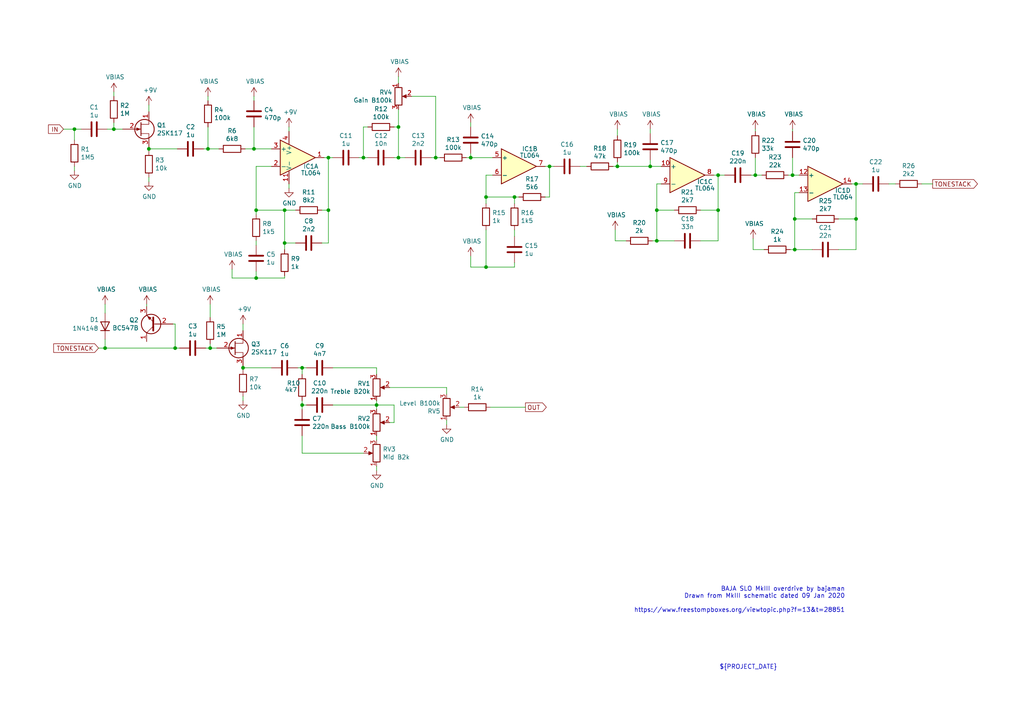
<source format=kicad_sch>
(kicad_sch (version 20200512) (host eeschema "(5.99.0-1697-g0658d297e)")
  (page 1 1)
  (paper "A4")
  (lib_symbols
    (symbol "Amplifier_Operational:TL064" (pin_names (offset 0.127))
      (property "Reference" "U" (at 0 5.08 0))
      (property "Value" "TL064" (at 0 -5.08 0))
      (symbol "TL064_1_1"
        (polyline (pts (xy -5.08 5.08) (xy 5.08 0) (xy -5.08 -5.08) (xy -5.08 5.08)) (stroke (width 0.254)) (fill (type background)))
        (pin output line (at 7.62 0 180) (length 2.54) (name "~") (number "1"))
        (pin input line (at -7.62 -2.54 0) (length 2.54) (name "-") (number "2"))
        (pin input line (at -7.62 2.54 0) (length 2.54) (name "+") (number "3"))
      )
      (symbol "TL064_2_1"
        (polyline (pts (xy -5.08 5.08) (xy 5.08 0) (xy -5.08 -5.08) (xy -5.08 5.08)) (stroke (width 0.254)) (fill (type background)))
        (pin input line (at -7.62 2.54 0) (length 2.54) (name "+") (number "5"))
        (pin input line (at -7.62 -2.54 0) (length 2.54) (name "-") (number "6"))
        (pin output line (at 7.62 0 180) (length 2.54) (name "~") (number "7"))
      )
      (symbol "TL064_3_1"
        (polyline (pts (xy -5.08 5.08) (xy 5.08 0) (xy -5.08 -5.08) (xy -5.08 5.08)) (stroke (width 0.254)) (fill (type background)))
        (pin input line (at -7.62 2.54 0) (length 2.54) (name "+") (number "10"))
        (pin output line (at 7.62 0 180) (length 2.54) (name "~") (number "8"))
        (pin input line (at -7.62 -2.54 0) (length 2.54) (name "-") (number "9"))
      )
      (symbol "TL064_4_1"
        (polyline (pts (xy -5.08 5.08) (xy 5.08 0) (xy -5.08 -5.08) (xy -5.08 5.08)) (stroke (width 0.254)) (fill (type background)))
        (pin input line (at -7.62 2.54 0) (length 2.54) (name "+") (number "12"))
        (pin input line (at -7.62 -2.54 0) (length 2.54) (name "-") (number "13"))
        (pin output line (at 7.62 0 180) (length 2.54) (name "~") (number "14"))
      )
      (symbol "TL064_5_1"
        (pin power_in line (at -2.54 -7.62 90) (length 3.81) (name "V-") (number "11"))
        (pin power_in line (at -2.54 7.62 270) (length 3.81) (name "V+") (number "4"))
      )
    )
    (symbol "Device:C" (pin_numbers hide) (pin_names (offset 0.254))
      (property "Reference" "C" (at 0.635 2.54 0))
      (property "Value" "C" (at 0.635 -2.54 0))
      (symbol "C_0_1"
        (polyline (pts (xy -2.032 -0.762) (xy 2.032 -0.762)) (stroke (width 0.508)))
        (polyline (pts (xy -2.032 0.762) (xy 2.032 0.762)) (stroke (width 0.508)))
      )
      (symbol "C_1_1"
        (pin passive line (at 0 3.81 270) (length 2.794) (name "~") (number "1"))
        (pin passive line (at 0 -3.81 90) (length 2.794) (name "~") (number "2"))
      )
    )
    (symbol "Device:D" (pin_numbers hide) (pin_names hide)
      (property "Reference" "D" (at 0 2.54 0))
      (property "Value" "D" (at 0 -2.54 0))
      (symbol "D_0_1"
        (polyline (pts (xy -1.27 1.27) (xy -1.27 -1.27)) (stroke (width 0.254)))
        (polyline (pts (xy 1.27 0) (xy -1.27 0)))
        (polyline (pts (xy 1.27 1.27) (xy 1.27 -1.27) (xy -1.27 0) (xy 1.27 1.27)) (stroke (width 0.254)))
      )
      (symbol "D_1_1"
        (pin passive line (at -3.81 0 0) (length 2.54) (name "K") (number "1"))
        (pin passive line (at 3.81 0 180) (length 2.54) (name "A") (number "2"))
      )
    )
    (symbol "Device:Q_NJFET_DGS" (pin_names (offset 0) hide)
      (property "Reference" "Q" (at 5.08 1.27 0))
      (property "Value" "Q_NJFET_DGS" (at 5.08 -1.27 0))
      (symbol "Q_NJFET_DGS_0_1"
        (circle (center 1.27 0) (radius 2.8194) (stroke (width 0.254)))
        (polyline (pts (xy 0.254 1.905) (xy 0.254 -1.905) (xy 0.254 -1.905)) (stroke (width 0.254)))
        (polyline (pts (xy 2.54 -2.54) (xy 2.54 -1.27) (xy 0.254 -1.27)))
        (polyline (pts (xy 2.54 2.54) (xy 2.54 1.397) (xy 0.254 1.397)))
        (polyline (pts (xy 0 0) (xy -1.016 0.381) (xy -1.016 -0.381) (xy 0 0)) (fill (type outline)))
      )
      (symbol "Q_NJFET_DGS_1_1"
        (pin passive line (at 2.54 5.08 270) (length 2.54) (name "D") (number "1"))
        (pin input line (at -5.08 0 0) (length 5.334) (name "G") (number "2"))
        (pin passive line (at 2.54 -5.08 90) (length 2.54) (name "S") (number "3"))
      )
    )
    (symbol "Device:R" (pin_numbers hide) (pin_names (offset 0))
      (property "Reference" "R" (at 2.032 0 90))
      (property "Value" "R" (at 0 0 90))
      (symbol "R_0_1"
        (rectangle (start -1.016 -2.54) (end 1.016 2.54) (stroke (width 0.254)))
      )
      (symbol "R_1_1"
        (pin passive line (at 0 3.81 270) (length 1.27) (name "~") (number "1"))
        (pin passive line (at 0 -3.81 90) (length 1.27) (name "~") (number "2"))
      )
    )
    (symbol "Device:R_1" (pin_numbers hide) (pin_names (offset 0))
      (property "Reference" "R" (at 2.032 0 90))
      (property "Value" "R" (at 0 0 90))
      (symbol "R_1_0_1"
        (rectangle (start -1.016 -2.54) (end 1.016 2.54) (stroke (width 0.254)))
      )
      (symbol "R_1_1_1"
        (pin passive line (at 0 3.81 270) (length 1.27) (name "~") (number "1"))
        (pin passive line (at 0 -3.81 90) (length 1.27) (name "~") (number "2"))
      )
    )
    (symbol "Device:R_POT" (pin_names hide)
      (property "Reference" "RV" (at -4.445 0 90))
      (property "Value" "R_POT" (at -2.54 0 90))
      (symbol "R_POT_0_1"
        (rectangle (start 1.016 2.54) (end -1.016 -2.54) (stroke (width 0.254)))
        (polyline (pts (xy 2.54 0) (xy 1.524 0)))
        (polyline (pts (xy 1.143 0) (xy 2.286 0.508) (xy 2.286 -0.508) (xy 1.143 0)) (fill (type outline)))
      )
      (symbol "R_POT_1_1"
        (pin passive line (at 0 3.81 270) (length 1.27) (name "1") (number "1"))
        (pin passive line (at 3.81 0 180) (length 1.27) (name "2") (number "2"))
        (pin passive line (at 0 -3.81 90) (length 1.27) (name "3") (number "3"))
      )
    )
    (symbol "Device:R_POT_1" (pin_names hide)
      (property "Reference" "RV" (at -4.445 0 90))
      (property "Value" "R_POT" (at -2.54 0 90))
      (symbol "R_POT_1_0_1"
        (rectangle (start 1.016 2.54) (end -1.016 -2.54) (stroke (width 0.254)))
        (polyline (pts (xy 2.54 0) (xy 1.524 0)))
        (polyline (pts (xy 1.143 0) (xy 2.286 0.508) (xy 2.286 -0.508) (xy 1.143 0)) (fill (type outline)))
      )
      (symbol "R_POT_1_1_1"
        (pin passive line (at 0 3.81 270) (length 1.27) (name "1") (number "1"))
        (pin passive line (at 3.81 0 180) (length 1.27) (name "2") (number "2"))
        (pin passive line (at 0 -3.81 90) (length 1.27) (name "3") (number "3"))
      )
    )
    (symbol "Device:R_POT_2" (pin_names hide)
      (property "Reference" "RV" (at -4.445 0 90))
      (property "Value" "R_POT" (at -2.54 0 90))
      (symbol "R_POT_2_0_1"
        (rectangle (start 1.016 2.54) (end -1.016 -2.54) (stroke (width 0.254)))
        (polyline (pts (xy 2.54 0) (xy 1.524 0)))
        (polyline (pts (xy 1.143 0) (xy 2.286 0.508) (xy 2.286 -0.508) (xy 1.143 0)) (fill (type outline)))
      )
      (symbol "R_POT_2_1_1"
        (pin passive line (at 0 3.81 270) (length 1.27) (name "1") (number "1"))
        (pin passive line (at 3.81 0 180) (length 1.27) (name "2") (number "2"))
        (pin passive line (at 0 -3.81 90) (length 1.27) (name "3") (number "3"))
      )
    )
    (symbol "Device:R_POT_3" (pin_names hide)
      (property "Reference" "RV" (at -4.445 0 90))
      (property "Value" "R_POT" (at -2.54 0 90))
      (symbol "R_POT_3_0_1"
        (rectangle (start 1.016 2.54) (end -1.016 -2.54) (stroke (width 0.254)))
        (polyline (pts (xy 2.54 0) (xy 1.524 0)))
        (polyline (pts (xy 1.143 0) (xy 2.286 0.508) (xy 2.286 -0.508) (xy 1.143 0)) (fill (type outline)))
      )
      (symbol "R_POT_3_1_1"
        (pin passive line (at 0 3.81 270) (length 1.27) (name "1") (number "1"))
        (pin passive line (at 3.81 0 180) (length 1.27) (name "2") (number "2"))
        (pin passive line (at 0 -3.81 90) (length 1.27) (name "3") (number "3"))
      )
    )
    (symbol "Transistor_BJT:BC547" (pin_names (offset 0) hide)
      (property "Reference" "Q" (at 5.08 1.905 0))
      (property "Value" "BC547" (at 5.08 0 0))
      (symbol "BC547_0_1"
        (circle (center 1.27 0) (radius 2.8194) (stroke (width 0.254)))
        (polyline (pts (xy 0 0) (xy 0.635 0)))
        (polyline (pts (xy 0.635 0.635) (xy 2.54 2.54)))
        (polyline (pts (xy 0.635 -0.635) (xy 2.54 -2.54) (xy 2.54 -2.54)))
        (polyline (pts (xy 0.635 1.905) (xy 0.635 -1.905) (xy 0.635 -1.905)) (stroke (width 0.508)))
        (polyline (pts (xy 1.27 -1.778) (xy 1.778 -1.27) (xy 2.286 -2.286) (xy 1.27 -1.778) (xy 1.27 -1.778)) (fill (type outline)))
      )
      (symbol "BC547_1_1"
        (pin passive line (at 2.54 5.08 270) (length 2.54) (name "C") (number "1"))
        (pin input line (at -5.08 0 0) (length 5.08) (name "B") (number "2"))
        (pin passive line (at 2.54 -5.08 90) (length 2.54) (name "E") (number "3"))
      )
    )
    (symbol "power:+9V" (power) (pin_names (offset 0))
      (property "Value" "+9V" (at 0 3.556 0))
      (symbol "+9V_0_1"
        (polyline (pts (xy -0.762 1.27) (xy 0 2.54)))
        (polyline (pts (xy 0 0) (xy 0 2.54)))
        (polyline (pts (xy 0 2.54) (xy 0.762 1.27)))
      )
      (symbol "+9V_1_1"
        (pin power_in line (at 0 0 90) (length 0) (name "+9V") (number "1") hide)
      )
    )
    (symbol "power:GND" (power) (pin_names (offset 0))
      (property "Value" "GND" (at 0 -3.81 0))
      (symbol "GND_0_1"
        (polyline (pts (xy 0 0) (xy 0 -1.27) (xy 1.27 -1.27) (xy 0 -2.54) (xy -1.27 -1.27) (xy 0 -1.27)))
      )
      (symbol "GND_1_1"
        (pin power_in line (at 0 0 270) (length 0) (name "GND") (number "1") hide)
      )
    )
    (symbol "rockola_kicad_symbols:Vbias" (power) (pin_names (offset 0))
      (property "Value" "Vbias" (at 0 3.81 0))
      (symbol "Vbias_0_1"
        (polyline (pts (xy -0.762 1.27) (xy 0 2.54)))
        (polyline (pts (xy 0 0) (xy 0 2.54)))
        (polyline (pts (xy 0 2.54) (xy 0.762 1.27)))
      )
      (symbol "Vbias_1_1"
        (pin power_in line (at 0 0 90) (length 0) (name "VBIAS") (number "1") hide)
      )
    )
  )
  (junction (at 21.59 37.465))
  (junction (at 30.48 100.965))
  (junction (at 33.02 37.465))
  (junction (at 43.18 43.18))
  (junction (at 50.8 100.965))
  (junction (at 60.325 43.18))
  (junction (at 60.96 100.965))
  (junction (at 70.485 106.68))
  (junction (at 73.66 43.18))
  (junction (at 74.295 60.96))
  (junction (at 74.295 80.645))
  (junction (at 82.55 60.96))
  (junction (at 82.55 70.485))
  (junction (at 87.63 106.68))
  (junction (at 87.63 117.475))
  (junction (at 95.25 45.72))
  (junction (at 95.25 60.96))
  (junction (at 105.41 45.72))
  (junction (at 109.22 117.475))
  (junction (at 115.57 36.83))
  (junction (at 115.57 45.72))
  (junction (at 126.365 45.72))
  (junction (at 136.525 45.72))
  (junction (at 140.97 57.15))
  (junction (at 140.97 77.47))
  (junction (at 149.225 57.15))
  (junction (at 159.385 48.26))
  (junction (at 179.07 48.26))
  (junction (at 188.595 48.26))
  (junction (at 190.5 60.96))
  (junction (at 190.5 69.85))
  (junction (at 208.28 50.8))
  (junction (at 208.28 60.96))
  (junction (at 219.075 50.8))
  (junction (at 229.87 50.8))
  (junction (at 230.505 63.5))
  (junction (at 230.505 72.39))
  (junction (at 248.285 53.34))
  (junction (at 248.285 63.5))
  (wire (pts (xy 21.59 37.465) (xy 18.415 37.465)))
  (wire (pts (xy 21.59 37.465) (xy 23.495 37.465)))
  (wire (pts (xy 21.59 40.64) (xy 21.59 37.465)))
  (wire (pts (xy 21.59 48.26) (xy 21.59 49.53)))
  (wire (pts (xy 30.48 88.265) (xy 30.48 90.805)))
  (wire (pts (xy 30.48 98.425) (xy 30.48 100.965)))
  (wire (pts (xy 30.48 100.965) (xy 28.575 100.965)))
  (wire (pts (xy 30.48 100.965) (xy 50.8 100.965)))
  (wire (pts (xy 33.02 26.67) (xy 33.02 27.94)))
  (wire (pts (xy 33.02 35.56) (xy 33.02 37.465)))
  (wire (pts (xy 33.02 37.465) (xy 31.115 37.465)))
  (wire (pts (xy 33.02 37.465) (xy 35.56 37.465)))
  (wire (pts (xy 42.545 88.265) (xy 42.545 88.9)))
  (wire (pts (xy 43.18 30.48) (xy 43.18 32.385)))
  (wire (pts (xy 43.18 42.545) (xy 43.18 43.18)))
  (wire (pts (xy 43.18 43.18) (xy 43.18 43.815)))
  (wire (pts (xy 43.18 43.18) (xy 51.435 43.18)))
  (wire (pts (xy 43.18 51.435) (xy 43.18 52.705)))
  (wire (pts (xy 50.165 93.98) (xy 50.8 93.98)))
  (wire (pts (xy 50.8 93.98) (xy 50.8 100.965)))
  (wire (pts (xy 50.8 100.965) (xy 52.07 100.965)))
  (wire (pts (xy 60.325 27.94) (xy 60.325 29.21)))
  (wire (pts (xy 60.325 36.83) (xy 60.325 43.18)))
  (wire (pts (xy 60.325 43.18) (xy 59.055 43.18)))
  (wire (pts (xy 60.325 43.18) (xy 63.5 43.18)))
  (wire (pts (xy 60.96 88.265) (xy 60.96 92.075)))
  (wire (pts (xy 60.96 99.695) (xy 60.96 100.965)))
  (wire (pts (xy 60.96 100.965) (xy 59.69 100.965)))
  (wire (pts (xy 60.96 100.965) (xy 62.865 100.965)))
  (wire (pts (xy 67.31 78.105) (xy 67.31 80.645)))
  (wire (pts (xy 67.31 80.645) (xy 74.295 80.645)))
  (wire (pts (xy 70.485 93.98) (xy 70.485 95.885)))
  (wire (pts (xy 70.485 106.045) (xy 70.485 106.68)))
  (wire (pts (xy 70.485 106.68) (xy 70.485 107.315)))
  (wire (pts (xy 70.485 106.68) (xy 78.74 106.68)))
  (wire (pts (xy 70.485 114.935) (xy 70.485 116.205)))
  (wire (pts (xy 73.66 27.94) (xy 73.66 29.21)))
  (wire (pts (xy 73.66 36.83) (xy 73.66 43.18)))
  (wire (pts (xy 73.66 43.18) (xy 71.12 43.18)))
  (wire (pts (xy 73.66 43.18) (xy 78.74 43.18)))
  (wire (pts (xy 74.295 48.26) (xy 78.74 48.26)))
  (wire (pts (xy 74.295 60.96) (xy 74.295 48.26)))
  (wire (pts (xy 74.295 60.96) (xy 74.295 62.23)))
  (wire (pts (xy 74.295 69.85) (xy 74.295 71.12)))
  (wire (pts (xy 74.295 80.645) (xy 74.295 78.74)))
  (wire (pts (xy 82.55 60.96) (xy 74.295 60.96)))
  (wire (pts (xy 82.55 70.485) (xy 82.55 60.96)))
  (wire (pts (xy 82.55 70.485) (xy 82.55 72.39)))
  (wire (pts (xy 82.55 80.01) (xy 82.55 80.645)))
  (wire (pts (xy 82.55 80.645) (xy 74.295 80.645)))
  (wire (pts (xy 83.82 36.83) (xy 83.82 38.1)))
  (wire (pts (xy 83.82 53.34) (xy 83.82 54.61)))
  (wire (pts (xy 85.725 60.96) (xy 82.55 60.96)))
  (wire (pts (xy 85.725 70.485) (xy 82.55 70.485)))
  (wire (pts (xy 86.36 106.68) (xy 87.63 106.68)))
  (wire (pts (xy 87.63 106.68) (xy 87.63 108.585)))
  (wire (pts (xy 87.63 106.68) (xy 88.9 106.68)))
  (wire (pts (xy 87.63 117.475) (xy 87.63 116.205)))
  (wire (pts (xy 87.63 117.475) (xy 87.63 118.745)))
  (wire (pts (xy 87.63 131.445) (xy 87.63 126.365)))
  (wire (pts (xy 88.9 117.475) (xy 87.63 117.475)))
  (wire (pts (xy 93.345 60.96) (xy 95.25 60.96)))
  (wire (pts (xy 93.345 70.485) (xy 95.25 70.485)))
  (wire (pts (xy 95.25 45.72) (xy 93.98 45.72)))
  (wire (pts (xy 95.25 45.72) (xy 96.52 45.72)))
  (wire (pts (xy 95.25 60.96) (xy 95.25 45.72)))
  (wire (pts (xy 95.25 70.485) (xy 95.25 60.96)))
  (wire (pts (xy 104.14 45.72) (xy 105.41 45.72)))
  (wire (pts (xy 105.41 36.83) (xy 105.41 45.72)))
  (wire (pts (xy 105.41 45.72) (xy 106.68 45.72)))
  (wire (pts (xy 105.41 131.445) (xy 87.63 131.445)))
  (wire (pts (xy 106.68 36.83) (xy 105.41 36.83)))
  (wire (pts (xy 109.22 106.68) (xy 96.52 106.68)))
  (wire (pts (xy 109.22 108.585) (xy 109.22 106.68)))
  (wire (pts (xy 109.22 116.205) (xy 109.22 117.475)))
  (wire (pts (xy 109.22 117.475) (xy 96.52 117.475)))
  (wire (pts (xy 109.22 117.475) (xy 109.22 118.745)))
  (wire (pts (xy 109.22 126.365) (xy 109.22 127.635)))
  (wire (pts (xy 109.22 135.255) (xy 109.22 136.525)))
  (wire (pts (xy 113.03 122.555) (xy 114.3 122.555)))
  (wire (pts (xy 114.3 36.83) (xy 115.57 36.83)))
  (wire (pts (xy 114.3 117.475) (xy 109.22 117.475)))
  (wire (pts (xy 114.3 122.555) (xy 114.3 117.475)))
  (wire (pts (xy 115.57 22.225) (xy 115.57 24.13)))
  (wire (pts (xy 115.57 31.75) (xy 115.57 36.83)))
  (wire (pts (xy 115.57 36.83) (xy 115.57 45.72)))
  (wire (pts (xy 115.57 45.72) (xy 114.3 45.72)))
  (wire (pts (xy 115.57 45.72) (xy 117.475 45.72)))
  (wire (pts (xy 125.095 45.72) (xy 126.365 45.72)))
  (wire (pts (xy 126.365 27.94) (xy 119.38 27.94)))
  (wire (pts (xy 126.365 45.72) (xy 126.365 27.94)))
  (wire (pts (xy 126.365 45.72) (xy 127.635 45.72)))
  (wire (pts (xy 129.54 112.395) (xy 113.03 112.395)))
  (wire (pts (xy 129.54 114.3) (xy 129.54 112.395)))
  (wire (pts (xy 129.54 121.92) (xy 129.54 123.19)))
  (wire (pts (xy 133.35 118.11) (xy 134.62 118.11)))
  (wire (pts (xy 136.525 35.56) (xy 136.525 36.83)))
  (wire (pts (xy 136.525 44.45) (xy 136.525 45.72)))
  (wire (pts (xy 136.525 45.72) (xy 135.255 45.72)))
  (wire (pts (xy 136.525 45.72) (xy 142.875 45.72)))
  (wire (pts (xy 136.525 74.295) (xy 136.525 77.47)))
  (wire (pts (xy 136.525 77.47) (xy 140.97 77.47)))
  (wire (pts (xy 140.97 50.8) (xy 142.875 50.8)))
  (wire (pts (xy 140.97 57.15) (xy 140.97 50.8)))
  (wire (pts (xy 140.97 57.15) (xy 140.97 59.055)))
  (wire (pts (xy 140.97 77.47) (xy 140.97 66.675)))
  (wire (pts (xy 142.24 118.11) (xy 152.4 118.11)))
  (wire (pts (xy 149.225 57.15) (xy 140.97 57.15)))
  (wire (pts (xy 149.225 57.15) (xy 149.225 59.055)))
  (wire (pts (xy 149.225 66.675) (xy 149.225 68.58)))
  (wire (pts (xy 149.225 76.2) (xy 149.225 77.47)))
  (wire (pts (xy 149.225 77.47) (xy 140.97 77.47)))
  (wire (pts (xy 150.495 57.15) (xy 149.225 57.15)))
  (wire (pts (xy 158.115 57.15) (xy 159.385 57.15)))
  (wire (pts (xy 159.385 48.26) (xy 158.115 48.26)))
  (wire (pts (xy 159.385 48.26) (xy 160.655 48.26)))
  (wire (pts (xy 159.385 57.15) (xy 159.385 48.26)))
  (wire (pts (xy 168.275 48.26) (xy 170.18 48.26)))
  (wire (pts (xy 177.8 48.26) (xy 179.07 48.26)))
  (wire (pts (xy 178.435 66.675) (xy 178.435 69.85)))
  (wire (pts (xy 178.435 69.85) (xy 181.61 69.85)))
  (wire (pts (xy 179.07 37.465) (xy 179.07 39.37)))
  (wire (pts (xy 179.07 48.26) (xy 179.07 46.99)))
  (wire (pts (xy 188.595 37.465) (xy 188.595 38.735)))
  (wire (pts (xy 188.595 46.355) (xy 188.595 48.26)))
  (wire (pts (xy 188.595 48.26) (xy 179.07 48.26)))
  (wire (pts (xy 188.595 48.26) (xy 191.77 48.26)))
  (wire (pts (xy 189.23 69.85) (xy 190.5 69.85)))
  (wire (pts (xy 190.5 53.34) (xy 191.77 53.34)))
  (wire (pts (xy 190.5 60.96) (xy 190.5 53.34)))
  (wire (pts (xy 190.5 69.85) (xy 190.5 60.96)))
  (wire (pts (xy 195.58 60.96) (xy 190.5 60.96)))
  (wire (pts (xy 195.58 69.85) (xy 190.5 69.85)))
  (wire (pts (xy 203.2 60.96) (xy 208.28 60.96)))
  (wire (pts (xy 203.2 69.85) (xy 208.28 69.85)))
  (wire (pts (xy 208.28 50.8) (xy 207.01 50.8)))
  (wire (pts (xy 208.28 50.8) (xy 210.185 50.8)))
  (wire (pts (xy 208.28 60.96) (xy 208.28 50.8)))
  (wire (pts (xy 208.28 69.85) (xy 208.28 60.96)))
  (wire (pts (xy 217.805 50.8) (xy 219.075 50.8)))
  (wire (pts (xy 218.44 69.215) (xy 218.44 72.39)))
  (wire (pts (xy 218.44 72.39) (xy 221.615 72.39)))
  (wire (pts (xy 219.075 37.465) (xy 219.075 38.1)))
  (wire (pts (xy 219.075 50.8) (xy 219.075 45.72)))
  (wire (pts (xy 219.075 50.8) (xy 220.98 50.8)))
  (wire (pts (xy 229.235 72.39) (xy 230.505 72.39)))
  (wire (pts (xy 229.87 37.465) (xy 229.87 38.1)))
  (wire (pts (xy 229.87 45.72) (xy 229.87 50.8)))
  (wire (pts (xy 229.87 50.8) (xy 228.6 50.8)))
  (wire (pts (xy 229.87 50.8) (xy 231.775 50.8)))
  (wire (pts (xy 230.505 55.88) (xy 231.775 55.88)))
  (wire (pts (xy 230.505 63.5) (xy 230.505 55.88)))
  (wire (pts (xy 230.505 63.5) (xy 230.505 72.39)))
  (wire (pts (xy 235.585 63.5) (xy 230.505 63.5)))
  (wire (pts (xy 235.585 72.39) (xy 230.505 72.39)))
  (wire (pts (xy 243.205 63.5) (xy 248.285 63.5)))
  (wire (pts (xy 243.205 72.39) (xy 248.285 72.39)))
  (wire (pts (xy 247.015 53.34) (xy 248.285 53.34)))
  (wire (pts (xy 248.285 53.34) (xy 250.19 53.34)))
  (wire (pts (xy 248.285 63.5) (xy 248.285 53.34)))
  (wire (pts (xy 248.285 72.39) (xy 248.285 63.5)))
  (wire (pts (xy 257.81 53.34) (xy 259.715 53.34)))
  (wire (pts (xy 267.335 53.34) (xy 270.51 53.34)))
  (text "${PROJECT_DATE}" (at 225.425 194.31 180) (effects (font (size 1.27 1.27)) (justify right bottom)))
  (text "${TITLE}" (at 233.045 191.77 180) (effects (font (size 2 2)) (justify right bottom)))
  (text "BAJA SLO MkIII overdrive by bajaman\nDrawn from MkIII schematic dated 09 Jan 2020\n\nhttps://www.freestompboxes.org/viewtopic.php?f=13&t=28851" (at 245.11 177.8 0) (effects (font (size 1.27 1.27)) (justify right bottom)))
  (global_label "IN" (shape input) (at 18.415 37.465 180))
  (global_label "TONESTACK" (shape input) (at 28.575 100.965 180))
  (global_label "OUT" (shape output) (at 152.4 118.11 0))
  (global_label "TONESTACK" (shape output) (at 270.51 53.34 0))
  (symbol (lib_id "rockola_kicad_symbols:Vbias") (at 30.48 88.265 0) (unit 1)
    (property "Reference" "#PWR02" (effects hide))
    (property "Value" "Vbias" (at 30.8483 83.9406 0))
  )
  (symbol (lib_id "rockola_kicad_symbols:Vbias") (at 33.02 26.67 0) (unit 1)
    (property "Reference" "#PWR03" (effects hide))
    (property "Value" "Vbias" (at 33.3883 22.3456 0))
  )
  (symbol (lib_id "rockola_kicad_symbols:Vbias") (at 42.545 88.265 0) (unit 1)
    (property "Reference" "#PWR04" (effects hide))
    (property "Value" "Vbias" (at 42.9133 83.9406 0))
  )
  (symbol (lib_id "power:+9V") (at 43.18 30.48 0) (unit 1)
    (property "Reference" "#PWR05" (effects hide))
    (property "Value" "+9V" (at 43.5483 26.1556 0))
  )
  (symbol (lib_id "rockola_kicad_symbols:Vbias") (at 60.325 27.94 0) (unit 1)
    (property "Reference" "#PWR07" (effects hide))
    (property "Value" "Vbias" (at 60.6933 23.6156 0))
  )
  (symbol (lib_id "rockola_kicad_symbols:Vbias") (at 60.96 88.265 0) (unit 1)
    (property "Reference" "#PWR08" (effects hide))
    (property "Value" "Vbias" (at 61.3283 83.9406 0))
  )
  (symbol (lib_id "rockola_kicad_symbols:Vbias") (at 67.31 78.105 0) (unit 1)
    (property "Reference" "#PWR09" (effects hide))
    (property "Value" "Vbias" (at 67.6783 73.7806 0))
  )
  (symbol (lib_id "power:+9V") (at 70.485 93.98 0) (unit 1)
    (property "Reference" "#PWR010" (effects hide))
    (property "Value" "+9V" (at 70.8533 89.6556 0))
  )
  (symbol (lib_id "rockola_kicad_symbols:Vbias") (at 73.66 27.94 0) (unit 1)
    (property "Reference" "#PWR012" (effects hide))
    (property "Value" "Vbias" (at 74.0283 23.6156 0))
  )
  (symbol (lib_id "power:+9V") (at 83.82 36.83 0) (unit 1)
    (property "Reference" "#PWR013" (effects hide))
    (property "Value" "+9V" (at 84.1883 32.5056 0))
  )
  (symbol (lib_id "rockola_kicad_symbols:Vbias") (at 115.57 22.225 0) (unit 1)
    (property "Reference" "#PWR016" (effects hide))
    (property "Value" "Vbias" (at 115.9383 17.9006 0))
  )
  (symbol (lib_id "rockola_kicad_symbols:Vbias") (at 136.525 35.56 0) (unit 1)
    (property "Reference" "#PWR018" (effects hide))
    (property "Value" "Vbias" (at 136.8933 31.2356 0))
  )
  (symbol (lib_id "rockola_kicad_symbols:Vbias") (at 136.525 74.295 0) (unit 1)
    (property "Reference" "#PWR019" (effects hide))
    (property "Value" "Vbias" (at 136.8933 69.9706 0))
  )
  (symbol (lib_id "rockola_kicad_symbols:Vbias") (at 178.435 66.675 0) (unit 1)
    (property "Reference" "#PWR020" (effects hide))
    (property "Value" "Vbias" (at 178.8033 62.3506 0))
  )
  (symbol (lib_id "rockola_kicad_symbols:Vbias") (at 179.07 37.465 0) (unit 1)
    (property "Reference" "#PWR021" (effects hide))
    (property "Value" "Vbias" (at 179.4383 33.1406 0))
  )
  (symbol (lib_id "rockola_kicad_symbols:Vbias") (at 188.595 37.465 0) (unit 1)
    (property "Reference" "#PWR022" (effects hide))
    (property "Value" "Vbias" (at 188.9633 33.1406 0))
  )
  (symbol (lib_id "rockola_kicad_symbols:Vbias") (at 218.44 69.215 0) (unit 1)
    (property "Reference" "#PWR023" (effects hide))
    (property "Value" "Vbias" (at 218.8083 64.8906 0))
  )
  (symbol (lib_id "rockola_kicad_symbols:Vbias") (at 219.075 37.465 0) (unit 1)
    (property "Reference" "#PWR024" (effects hide))
    (property "Value" "Vbias" (at 219.4433 33.1406 0))
  )
  (symbol (lib_id "rockola_kicad_symbols:Vbias") (at 229.87 37.465 0) (unit 1)
    (property "Reference" "#PWR025" (effects hide))
    (property "Value" "Vbias" (at 230.2383 33.1406 0))
  )
  (symbol (lib_id "power:GND") (at 21.59 49.53 0) (unit 1)
    (property "Reference" "#PWR01" (effects hide))
    (property "Value" "GND" (at 21.7043 53.8544 0))
  )
  (symbol (lib_id "power:GND") (at 43.18 52.705 0) (unit 1)
    (property "Reference" "#PWR06" (effects hide))
    (property "Value" "GND" (at 43.2943 57.0294 0))
  )
  (symbol (lib_id "power:GND") (at 70.485 116.205 0) (unit 1)
    (property "Reference" "#PWR011" (effects hide))
    (property "Value" "GND" (at 70.5993 120.5294 0))
  )
  (symbol (lib_id "power:GND") (at 83.82 54.61 0) (unit 1)
    (property "Reference" "#PWR014" (effects hide))
    (property "Value" "GND" (at 83.9343 58.9344 0))
  )
  (symbol (lib_id "power:GND") (at 109.22 136.525 0) (unit 1)
    (property "Reference" "#PWR015" (effects hide))
    (property "Value" "GND" (at 109.3343 140.8494 0))
  )
  (symbol (lib_id "power:GND") (at 129.54 123.19 0) (unit 1)
    (property "Reference" "#PWR017" (effects hide))
    (property "Value" "GND" (at 129.6543 127.5144 0))
  )
  (symbol (lib_id "Device:R") (at 21.59 44.45 0) (unit 1)
    (property "Reference" "R1" (at 23.3681 43.3006 0) (effects (justify left)))
    (property "Value" "1M5" (at 23.3681 45.5993 0) (effects (justify left)))
  )
  (symbol (lib_id "Device:R") (at 33.02 31.75 0) (unit 1)
    (property "Reference" "R2" (at 34.7981 30.6006 0) (effects (justify left)))
    (property "Value" "1M" (at 34.7981 32.8993 0) (effects (justify left)))
  )
  (symbol (lib_id "Device:R") (at 43.18 47.625 0) (unit 1)
    (property "Reference" "R3" (at 44.9581 46.4756 0) (effects (justify left)))
    (property "Value" "10k" (at 44.9581 48.7743 0) (effects (justify left)))
  )
  (symbol (lib_id "Device:R") (at 60.325 33.02 0) (unit 1)
    (property "Reference" "R4" (at 62.1031 31.8706 0) (effects (justify left)))
    (property "Value" "100k" (at 62.1031 34.1693 0) (effects (justify left)))
  )
  (symbol (lib_id "Device:R") (at 60.96 95.885 0) (unit 1)
    (property "Reference" "R5" (at 62.7381 94.7356 0) (effects (justify left)))
    (property "Value" "1M" (at 62.7381 97.0343 0) (effects (justify left)))
  )
  (symbol (lib_id "Device:R") (at 67.31 43.18 90) (unit 1)
    (property "Reference" "R6" (at 67.31 37.9538 90))
    (property "Value" "6k8" (at 67.31 40.2525 90))
  )
  (symbol (lib_id "Device:R") (at 70.485 111.125 0) (unit 1)
    (property "Reference" "R7" (at 72.2631 109.9756 0) (effects (justify left)))
    (property "Value" "10k" (at 72.2631 112.2743 0) (effects (justify left)))
  )
  (symbol (lib_id "Device:R") (at 74.295 66.04 0) (unit 1)
    (property "Reference" "R8" (at 76.0731 64.8906 0) (effects (justify left)))
    (property "Value" "1k5" (at 76.0731 67.1893 0) (effects (justify left)))
  )
  (symbol (lib_id "Device:R") (at 82.55 76.2 0) (unit 1)
    (property "Reference" "R9" (at 84.3281 75.0506 0) (effects (justify left)))
    (property "Value" "1k" (at 84.3281 77.3493 0) (effects (justify left)))
  )
  (symbol (lib_id "Device:R") (at 87.63 112.395 0) (unit 1)
    (property "Reference" "R10" (at 83.185 111.125 0) (effects (justify left)))
    (property "Value" "4k7" (at 82.55 113.03 0) (effects (justify left)))
  )
  (symbol (lib_id "Device:R") (at 89.535 60.96 90) (unit 1)
    (property "Reference" "R11" (at 89.535 55.7338 90))
    (property "Value" "8k2" (at 89.535 58.0325 90))
  )
  (symbol (lib_id "Device:R") (at 110.49 36.83 90) (unit 1)
    (property "Reference" "R12" (at 110.49 31.6038 90))
    (property "Value" "100k" (at 110.49 33.9025 90))
  )
  (symbol (lib_id "Device:R") (at 131.445 45.72 90) (unit 1)
    (property "Reference" "R13" (at 131.445 40.4938 90))
    (property "Value" "100k" (at 131.445 42.7925 90))
  )
  (symbol (lib_name "Device:R_1") (lib_id "Device:R") (at 138.43 118.11 90) (unit 1)
    (property "Reference" "R14" (at 138.43 112.8838 90))
    (property "Value" "1k" (at 138.43 115.1825 90))
  )
  (symbol (lib_id "Device:R") (at 140.97 62.865 0) (unit 1)
    (property "Reference" "R15" (at 142.7481 61.7156 0) (effects (justify left)))
    (property "Value" "1k" (at 142.7481 64.0143 0) (effects (justify left)))
  )
  (symbol (lib_id "Device:R") (at 149.225 62.865 0) (unit 1)
    (property "Reference" "R16" (at 151.0031 61.7156 0) (effects (justify left)))
    (property "Value" "1k5" (at 151.0031 64.0143 0) (effects (justify left)))
  )
  (symbol (lib_id "Device:R") (at 154.305 57.15 90) (unit 1)
    (property "Reference" "R17" (at 154.305 51.9238 90))
    (property "Value" "5k6" (at 154.305 54.2225 90))
  )
  (symbol (lib_id "Device:R") (at 173.99 48.26 90) (unit 1)
    (property "Reference" "R18" (at 173.99 43.0338 90))
    (property "Value" "47k" (at 173.99 45.3325 90))
  )
  (symbol (lib_id "Device:R") (at 179.07 43.18 0) (unit 1)
    (property "Reference" "R19" (at 180.8481 42.0306 0) (effects (justify left)))
    (property "Value" "100k" (at 180.8481 44.3293 0) (effects (justify left)))
  )
  (symbol (lib_id "Device:R") (at 185.42 69.85 90) (unit 1)
    (property "Reference" "R20" (at 185.42 64.6238 90))
    (property "Value" "2k" (at 185.42 66.9225 90))
  )
  (symbol (lib_id "Device:R") (at 199.39 60.96 90) (unit 1)
    (property "Reference" "R21" (at 199.39 55.7338 90))
    (property "Value" "2k7" (at 199.39 58.0325 90))
  )
  (symbol (lib_id "Device:R") (at 219.075 41.91 0) (unit 1)
    (property "Reference" "R22" (at 220.8531 40.7606 0) (effects (justify left)))
    (property "Value" "33k" (at 220.8531 43.0593 0) (effects (justify left)))
  )
  (symbol (lib_id "Device:R") (at 224.79 50.8 90) (unit 1)
    (property "Reference" "R23" (at 224.79 45.5738 90))
    (property "Value" "22k" (at 224.79 47.8725 90))
  )
  (symbol (lib_id "Device:R") (at 225.425 72.39 90) (unit 1)
    (property "Reference" "R24" (at 225.425 67.1638 90))
    (property "Value" "1k" (at 225.425 69.4625 90))
  )
  (symbol (lib_id "Device:R") (at 239.395 63.5 90) (unit 1)
    (property "Reference" "R25" (at 239.395 58.2738 90))
    (property "Value" "2k7" (at 239.395 60.5725 90))
  )
  (symbol (lib_id "Device:R") (at 263.525 53.34 90) (unit 1)
    (property "Reference" "R26" (at 263.525 48.1138 90))
    (property "Value" "2k2" (at 263.525 50.4125 90))
  )
  (symbol (lib_id "Device:D") (at 30.48 94.615 90) (unit 1)
    (property "Reference" "D1" (at 26.035 92.71 90) (effects (justify right)))
    (property "Value" "1N4148" (at 20.955 95.25 90) (effects (justify right)))
  )
  (symbol (lib_id "Amplifier_Operational:TL064") (at 86.36 45.72 0) (unit 5)
    (property "Reference" "IC1" (effects hide))
    (property "Value" "TL064" (effects hide))
    (property "Datasheet" "http://www.ti.com/lit/ds/symlink/tl061.pdf" (effects hide))
  )
  (symbol (lib_id "Device:C") (at 27.305 37.465 90) (unit 1)
    (property "Reference" "C1" (at 27.305 31.0958 90))
    (property "Value" "1u" (at 27.305 33.3945 90))
  )
  (symbol (lib_id "Device:C") (at 55.245 43.18 90) (unit 1)
    (property "Reference" "C2" (at 55.245 36.8108 90))
    (property "Value" "1u" (at 55.245 39.1095 90))
  )
  (symbol (lib_id "Device:C") (at 55.88 100.965 90) (unit 1)
    (property "Reference" "C3" (at 55.88 94.5958 90))
    (property "Value" "1u" (at 55.88 96.8945 90))
  )
  (symbol (lib_id "Device:C") (at 73.66 33.02 0) (unit 1)
    (property "Reference" "C4" (at 76.5811 31.8706 0) (effects (justify left)))
    (property "Value" "470p" (at 76.5811 34.1693 0) (effects (justify left)))
  )
  (symbol (lib_id "Device:C") (at 74.295 74.93 0) (unit 1)
    (property "Reference" "C5" (at 77.2161 73.7806 0) (effects (justify left)))
    (property "Value" "1u" (at 77.2161 76.0793 0) (effects (justify left)))
  )
  (symbol (lib_id "Device:C") (at 82.55 106.68 90) (unit 1)
    (property "Reference" "C6" (at 82.55 100.3108 90))
    (property "Value" "1u" (at 82.55 102.6095 90))
  )
  (symbol (lib_id "Device:C") (at 87.63 122.555 0) (unit 1)
    (property "Reference" "C7" (at 90.5511 121.4056 0) (effects (justify left)))
    (property "Value" "220n" (at 90.5511 123.7043 0) (effects (justify left)))
  )
  (symbol (lib_id "Device:C") (at 89.535 70.485 90) (unit 1)
    (property "Reference" "C8" (at 89.535 64.1158 90))
    (property "Value" "2n2" (at 89.535 66.4145 90))
  )
  (symbol (lib_id "Device:C") (at 92.71 106.68 90) (unit 1)
    (property "Reference" "C9" (at 92.71 100.3108 90))
    (property "Value" "4n7" (at 92.71 102.6095 90))
  )
  (symbol (lib_id "Device:C") (at 92.71 117.475 90) (unit 1)
    (property "Reference" "C10" (at 92.71 111.1058 90))
    (property "Value" "220n" (at 92.71 113.4045 90))
  )
  (symbol (lib_id "Device:C") (at 100.33 45.72 90) (unit 1)
    (property "Reference" "C11" (at 100.33 39.3508 90))
    (property "Value" "1u" (at 100.33 41.6495 90))
  )
  (symbol (lib_id "Device:C") (at 110.49 45.72 90) (unit 1)
    (property "Reference" "C12" (at 110.49 39.3508 90))
    (property "Value" "10n" (at 110.49 41.6495 90))
  )
  (symbol (lib_id "Device:C") (at 121.285 45.72 90) (unit 1)
    (property "Reference" "C13" (at 121.285 39.3508 90))
    (property "Value" "2n2" (at 121.285 41.6495 90))
  )
  (symbol (lib_id "Device:C") (at 136.525 40.64 0) (unit 1)
    (property "Reference" "C14" (at 139.4461 39.4906 0) (effects (justify left)))
    (property "Value" "470p" (at 139.4461 41.7893 0) (effects (justify left)))
  )
  (symbol (lib_id "Device:C") (at 149.225 72.39 0) (unit 1)
    (property "Reference" "C15" (at 152.1461 71.2406 0) (effects (justify left)))
    (property "Value" "1u" (at 152.1461 73.5393 0) (effects (justify left)))
  )
  (symbol (lib_id "Device:C") (at 164.465 48.26 90) (unit 1)
    (property "Reference" "C16" (at 164.465 41.8908 90))
    (property "Value" "1u" (at 164.465 44.1895 90))
  )
  (symbol (lib_id "Device:C") (at 188.595 42.545 0) (unit 1)
    (property "Reference" "C17" (at 191.5161 41.3956 0) (effects (justify left)))
    (property "Value" "470p" (at 191.5161 43.6943 0) (effects (justify left)))
  )
  (symbol (lib_id "Device:C") (at 199.39 69.85 90) (unit 1)
    (property "Reference" "C18" (at 199.39 63.4808 90))
    (property "Value" "33n" (at 199.39 65.7795 90))
  )
  (symbol (lib_id "Device:C") (at 213.995 50.8 90) (unit 1)
    (property "Reference" "C19" (at 213.995 44.4308 90))
    (property "Value" "220n" (at 213.995 46.7295 90))
  )
  (symbol (lib_id "Device:C") (at 229.87 41.91 0) (unit 1)
    (property "Reference" "C20" (at 232.7911 40.7606 0) (effects (justify left)))
    (property "Value" "470p" (at 232.7911 43.0593 0) (effects (justify left)))
  )
  (symbol (lib_id "Device:C") (at 239.395 72.39 90) (unit 1)
    (property "Reference" "C21" (at 239.395 66.0208 90))
    (property "Value" "22n" (at 239.395 68.3195 90))
  )
  (symbol (lib_id "Device:C") (at 254 53.34 90) (unit 1)
    (property "Reference" "C22" (at 254 46.9708 90))
    (property "Value" "1u" (at 254 49.2695 90))
  )
  (symbol (lib_id "Device:R_POT") (at 109.22 112.395 0) (mirror x) (unit 1)
    (property "Reference" "RV1" (at 107.4419 111.2456 0) (effects (justify right)))
    (property "Value" "Treble B20k" (at 107.4419 113.5443 0) (effects (justify right)))
  )
  (symbol (lib_name "Device:R_POT_1") (lib_id "Device:R_POT") (at 109.22 122.555 0) (mirror x) (unit 1)
    (property "Reference" "RV2" (at 107.442 121.4056 0) (effects (justify right)))
    (property "Value" "Bass B100k" (at 107.442 123.7043 0) (effects (justify right)))
  )
  (symbol (lib_name "Device:R_POT_2") (lib_id "Device:R_POT") (at 109.22 131.445 180) (unit 1)
    (property "Reference" "RV3" (at 110.9981 130.2956 0) (effects (justify right)))
    (property "Value" "Mid B2k" (at 110.9981 132.5943 0) (effects (justify right)))
  )
  (symbol (lib_id "Device:R_POT") (at 115.57 27.94 0) (unit 1)
    (property "Reference" "RV4" (at 113.792 26.7906 0) (effects (justify right)))
    (property "Value" "Gain B100k" (at 113.792 29.0893 0) (effects (justify right)))
  )
  (symbol (lib_name "Device:R_POT_3") (lib_id "Device:R_POT") (at 129.54 118.11 0) (mirror x) (unit 1)
    (property "Reference" "RV5" (at 127.7619 119.2594 0) (effects (justify right)))
    (property "Value" "Level B100k" (at 127.7619 116.9607 0) (effects (justify right)))
  )
  (symbol (lib_id "Device:Q_NJFET_DGS") (at 40.64 37.465 0) (unit 1)
    (property "Reference" "Q1" (at 45.4915 36.3156 0) (effects (justify left)))
    (property "Value" "2SK117" (at 45.4915 38.6143 0) (effects (justify left)))
  )
  (symbol (lib_id "Transistor_BJT:BC547") (at 45.085 93.98 180) (unit 1)
    (property "Reference" "Q2" (at 40.2335 92.8306 0) (effects (justify left)))
    (property "Value" "BC547B" (at 40.234 95.129 0) (effects (justify left)))
    (property "Footprint" "Package_TO_SOT_THT:TO-92_Inline" (effects hide))
    (property "Datasheet" "http://www.fairchildsemi.com/ds/BC/BC547.pdf" (effects hide))
  )
  (symbol (lib_id "Device:Q_NJFET_DGS") (at 67.945 100.965 0) (unit 1)
    (property "Reference" "Q3" (at 72.7965 99.8156 0) (effects (justify left)))
    (property "Value" "2SK117" (at 72.7965 102.1143 0) (effects (justify left)))
  )
  (symbol (lib_id "Amplifier_Operational:TL064") (at 86.36 45.72 0) (unit 1)
    (property "Reference" "IC1" (at 90.17 48.26 0))
    (property "Value" "TL064" (at 90.17 50.165 0))
    (property "Datasheet" "http://www.ti.com/lit/ds/symlink/tl061.pdf" (effects hide))
  )
  (symbol (lib_id "Amplifier_Operational:TL064") (at 150.495 48.26 0) (unit 2)
    (property "Reference" "IC1" (at 153.67 43.18 0))
    (property "Value" "TL064" (at 153.67 45.085 0))
    (property "Datasheet" "http://www.ti.com/lit/ds/symlink/tl061.pdf" (effects hide))
  )
  (symbol (lib_id "Amplifier_Operational:TL064") (at 199.39 50.8 0) (unit 3)
    (property "Reference" "IC1" (at 204.47 52.705 0))
    (property "Value" "TL064" (at 204.47 54.61 0))
    (property "Datasheet" "http://www.ti.com/lit/ds/symlink/tl061.pdf" (effects hide))
  )
  (symbol (lib_id "Amplifier_Operational:TL064") (at 239.395 53.34 0) (unit 4)
    (property "Reference" "IC1" (at 244.475 55.245 0))
    (property "Value" "TL064" (at 244.475 57.15 0))
    (property "Datasheet" "http://www.ti.com/lit/ds/symlink/tl061.pdf" (effects hide))
  )
)
</source>
